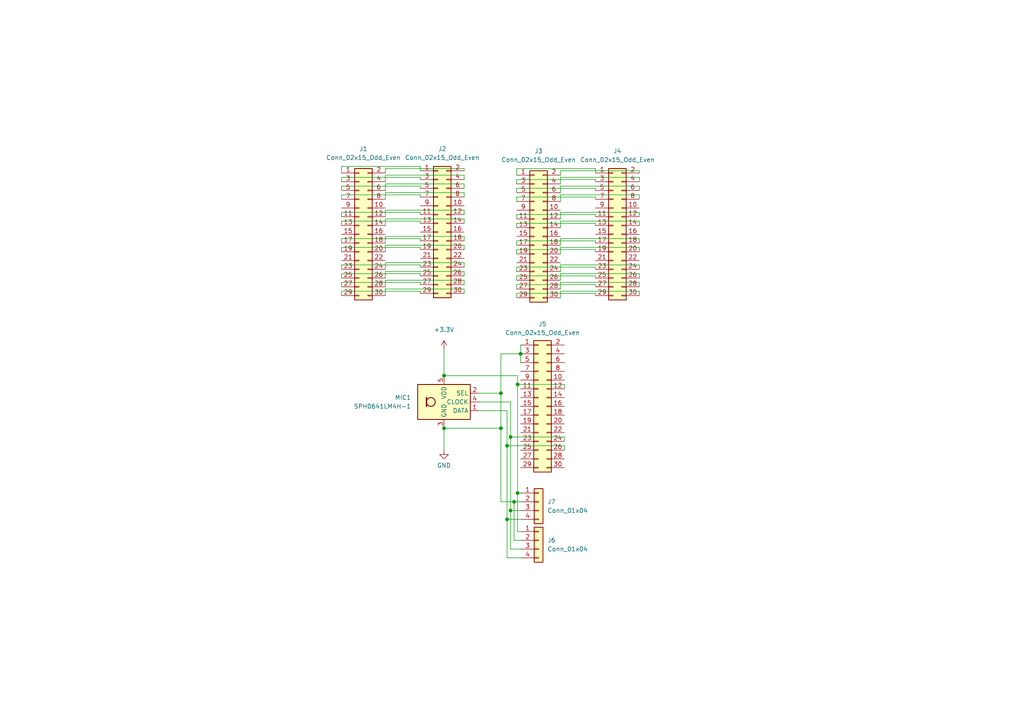
<source format=kicad_sch>
(kicad_sch (version 20230121) (generator eeschema)
  (paper "A4")
  (lib_symbols
    (symbol "Connector_Generic:Conn_01x04" (pin_names (offset 1.016) hide)
      (property "Reference" "J" (at 0 5.08 0))
      (property "Value" "Conn_01x04" (at 0 -7.62 0))
      (symbol "Conn_01x04_1_1"
        (rectangle (start -1.27 -4.953) (end 0 -5.207) (stroke (width 0.1524)))
        (rectangle (start -1.27 -2.413) (end 0 -2.667) (stroke (width 0.1524)))
        (rectangle (start -1.27 0.127) (end 0 -0.127) (stroke (width 0.1524)))
        (rectangle (start -1.27 2.667) (end 0 2.413) (stroke (width 0.1524)))
        (rectangle (start -1.27 3.81) (end 1.27 -6.35) (stroke (width 0.254)) (fill (type background)))
        (pin passive line (at -5.08 2.54 0) (length 3.81) (name "Pin_1") (number "1"))
        (pin passive line (at -5.08 0 0) (length 3.81) (name "Pin_2") (number "2"))
        (pin passive line (at -5.08 -2.54 0) (length 3.81) (name "Pin_3") (number "3"))
        (pin passive line (at -5.08 -5.08 0) (length 3.81) (name "Pin_4") (number "4"))
      )
    )
    (symbol "Connector_Generic:Conn_02x15_Odd_Even" (pin_names (offset 1.016) hide)
      (property "Reference" "J" (at 1.27 20.32 0))
      (property "Value" "Conn_02x15_Odd_Even" (at 1.27 -20.32 0))
      (symbol "Conn_02x15_Odd_Even_1_1"
        (rectangle (start -1.27 -17.653) (end 0 -17.907) (stroke (width 0.1524)))
        (rectangle (start -1.27 -15.113) (end 0 -15.367) (stroke (width 0.1524)))
        (rectangle (start -1.27 -12.573) (end 0 -12.827) (stroke (width 0.1524)))
        (rectangle (start -1.27 -10.033) (end 0 -10.287) (stroke (width 0.1524)))
        (rectangle (start -1.27 -7.493) (end 0 -7.747) (stroke (width 0.1524)))
        (rectangle (start -1.27 -4.953) (end 0 -5.207) (stroke (width 0.1524)))
        (rectangle (start -1.27 -2.413) (end 0 -2.667) (stroke (width 0.1524)))
        (rectangle (start -1.27 0.127) (end 0 -0.127) (stroke (width 0.1524)))
        (rectangle (start -1.27 2.667) (end 0 2.413) (stroke (width 0.1524)))
        (rectangle (start -1.27 5.207) (end 0 4.953) (stroke (width 0.1524)))
        (rectangle (start -1.27 7.747) (end 0 7.493) (stroke (width 0.1524)))
        (rectangle (start -1.27 10.287) (end 0 10.033) (stroke (width 0.1524)))
        (rectangle (start -1.27 12.827) (end 0 12.573) (stroke (width 0.1524)))
        (rectangle (start -1.27 15.367) (end 0 15.113) (stroke (width 0.1524)))
        (rectangle (start -1.27 17.907) (end 0 17.653) (stroke (width 0.1524)))
        (rectangle (start -1.27 19.05) (end 3.81 -19.05) (stroke (width 0.254)) (fill (type background)))
        (rectangle (start 3.81 -17.653) (end 2.54 -17.907) (stroke (width 0.1524)))
        (rectangle (start 3.81 -15.113) (end 2.54 -15.367) (stroke (width 0.1524)))
        (rectangle (start 3.81 -12.573) (end 2.54 -12.827) (stroke (width 0.1524)))
        (rectangle (start 3.81 -10.033) (end 2.54 -10.287) (stroke (width 0.1524)))
        (rectangle (start 3.81 -7.493) (end 2.54 -7.747) (stroke (width 0.1524)))
        (rectangle (start 3.81 -4.953) (end 2.54 -5.207) (stroke (width 0.1524)))
        (rectangle (start 3.81 -2.413) (end 2.54 -2.667) (stroke (width 0.1524)))
        (rectangle (start 3.81 0.127) (end 2.54 -0.127) (stroke (width 0.1524)))
        (rectangle (start 3.81 2.667) (end 2.54 2.413) (stroke (width 0.1524)))
        (rectangle (start 3.81 5.207) (end 2.54 4.953) (stroke (width 0.1524)))
        (rectangle (start 3.81 7.747) (end 2.54 7.493) (stroke (width 0.1524)))
        (rectangle (start 3.81 10.287) (end 2.54 10.033) (stroke (width 0.1524)))
        (rectangle (start 3.81 12.827) (end 2.54 12.573) (stroke (width 0.1524)))
        (rectangle (start 3.81 15.367) (end 2.54 15.113) (stroke (width 0.1524)))
        (rectangle (start 3.81 17.907) (end 2.54 17.653) (stroke (width 0.1524)))
        (pin passive line (at -5.08 17.78 0) (length 3.81) (name "Pin_1") (number "1"))
        (pin passive line (at 7.62 7.62 180) (length 3.81) (name "Pin_10") (number "10"))
        (pin passive line (at -5.08 5.08 0) (length 3.81) (name "Pin_11") (number "11"))
        (pin passive line (at 7.62 5.08 180) (length 3.81) (name "Pin_12") (number "12"))
        (pin passive line (at -5.08 2.54 0) (length 3.81) (name "Pin_13") (number "13"))
        (pin passive line (at 7.62 2.54 180) (length 3.81) (name "Pin_14") (number "14"))
        (pin passive line (at -5.08 0 0) (length 3.81) (name "Pin_15") (number "15"))
        (pin passive line (at 7.62 0 180) (length 3.81) (name "Pin_16") (number "16"))
        (pin passive line (at -5.08 -2.54 0) (length 3.81) (name "Pin_17") (number "17"))
        (pin passive line (at 7.62 -2.54 180) (length 3.81) (name "Pin_18") (number "18"))
        (pin passive line (at -5.08 -5.08 0) (length 3.81) (name "Pin_19") (number "19"))
        (pin passive line (at 7.62 17.78 180) (length 3.81) (name "Pin_2") (number "2"))
        (pin passive line (at 7.62 -5.08 180) (length 3.81) (name "Pin_20") (number "20"))
        (pin passive line (at -5.08 -7.62 0) (length 3.81) (name "Pin_21") (number "21"))
        (pin passive line (at 7.62 -7.62 180) (length 3.81) (name "Pin_22") (number "22"))
        (pin passive line (at -5.08 -10.16 0) (length 3.81) (name "Pin_23") (number "23"))
        (pin passive line (at 7.62 -10.16 180) (length 3.81) (name "Pin_24") (number "24"))
        (pin passive line (at -5.08 -12.7 0) (length 3.81) (name "Pin_25") (number "25"))
        (pin passive line (at 7.62 -12.7 180) (length 3.81) (name "Pin_26") (number "26"))
        (pin passive line (at -5.08 -15.24 0) (length 3.81) (name "Pin_27") (number "27"))
        (pin passive line (at 7.62 -15.24 180) (length 3.81) (name "Pin_28") (number "28"))
        (pin passive line (at -5.08 -17.78 0) (length 3.81) (name "Pin_29") (number "29"))
        (pin passive line (at -5.08 15.24 0) (length 3.81) (name "Pin_3") (number "3"))
        (pin passive line (at 7.62 -17.78 180) (length 3.81) (name "Pin_30") (number "30"))
        (pin passive line (at 7.62 15.24 180) (length 3.81) (name "Pin_4") (number "4"))
        (pin passive line (at -5.08 12.7 0) (length 3.81) (name "Pin_5") (number "5"))
        (pin passive line (at 7.62 12.7 180) (length 3.81) (name "Pin_6") (number "6"))
        (pin passive line (at -5.08 10.16 0) (length 3.81) (name "Pin_7") (number "7"))
        (pin passive line (at 7.62 10.16 180) (length 3.81) (name "Pin_8") (number "8"))
        (pin passive line (at -5.08 7.62 0) (length 3.81) (name "Pin_9") (number "9"))
      )
    )
    (symbol "Sensor_Audio:SPH0641LU4H-1"
      (property "Reference" "MK" (at 5.08 6.35 0))
      (property "Value" "SPH0641LU4H-1" (at 8.89 -6.35 0))
      (symbol "SPH0641LU4H-1_1_1"
        (rectangle (start -7.62 5.08) (end 7.62 -5.08) (stroke (width 0.254)) (fill (type background)))
        (circle (center -3.81 0) (radius 1.27) (stroke (width 0.254)))
        (polyline (pts (xy -5.08 1.27) (xy -5.08 -1.27)) (stroke (width 0.381)))
        (pin output line (at 10.16 -2.54 180) (length 2.54) (name "DATA") (number "1"))
        (pin input line (at 10.16 2.54 180) (length 2.54) (name "SEL") (number "2"))
        (pin power_in line (at 0 -7.62 90) (length 2.54) (name "GND") (number "3"))
        (pin input line (at 10.16 0 180) (length 2.54) (name "CLOCK") (number "4"))
        (pin power_in line (at 0 7.62 270) (length 2.54) (name "VDD") (number "5"))
      )
    )
    (symbol "power:+3.3V" (power) (pin_names (offset 0))
      (property "Value" "+3.3V" (at 0 3.556 0))
      (symbol "+3.3V_0_1"
        (polyline (pts (xy -0.762 1.27) (xy 0 2.54)))
        (polyline (pts (xy 0 0) (xy 0 2.54)))
        (polyline (pts (xy 0 2.54) (xy 0.762 1.27)))
      )
      (symbol "+3.3V_1_1"
        (pin power_in line (at 0 0 90) (length 0) hide (name "+3.3V") (number "1"))
      )
    )
    (symbol "power:GND" (power) (pin_names (offset 0))
      (property "Value" "GND" (at 0 -3.81 0))
      (symbol "GND_0_1"
        (polyline (pts (xy 0 0) (xy 0 -1.27) (xy 1.27 -1.27) (xy 0 -2.54) (xy -1.27 -1.27) (xy 0 -1.27)))
      )
      (symbol "GND_1_1"
        (pin power_in line (at 0 0 270) (length 0) hide (name "GND") (number "1"))
      )
    )
  )
  (junction (at 145.288 114.046))
  (junction (at 147.066 150.622))
  (junction (at 128.778 124.206))
  (junction (at 147.066 129.286))
  (junction (at 148.082 148.082))
  (junction (at 151.003 102.616))
  (junction (at 150.114 143.002))
  (junction (at 150.114 111.506))
  (junction (at 128.778 108.966))
  (junction (at 145.288 124.206))
  (junction (at 148.082 126.746))
  (junction (at 149.098 145.542))
  (wire (pts (xy 163.703 126.746) (xy 163.703 128.016)))
  (wire (pts (xy 162.56 79.375) (xy 185.42 79.375)))
  (wire (pts (xy 162.56 83.82) (xy 162.56 81.915)))
  (wire (pts (xy 134.62 50.8) (xy 134.62 52.07)))
  (wire (pts (xy 134.62 60.96) (xy 134.62 62.23)))
  (wire (pts (xy 149.86 80.01) (xy 172.72 80.01)))
  (wire (pts (xy 149.86 62.23) (xy 172.72 62.23)))
  (wire (pts (xy 185.42 64.135) (xy 185.42 65.405)))
  (wire (pts (xy 162.56 71.12) (xy 162.56 69.215)))
  (wire (pts (xy 128.778 124.206) (xy 145.288 124.206)))
  (wire (pts (xy 128.778 108.966) (xy 150.114 108.966)))
  (wire (pts (xy 134.62 81.28) (xy 134.62 82.55)))
  (wire (pts (xy 149.86 77.47) (xy 172.72 77.47)))
  (wire (pts (xy 149.098 145.542) (xy 149.098 156.718)))
  (wire (pts (xy 121.92 69.215) (xy 121.92 69.85)))
  (wire (pts (xy 99.06 53.975) (xy 121.92 53.975)))
  (wire (pts (xy 149.86 69.85) (xy 172.72 69.85)))
  (wire (pts (xy 185.42 81.915) (xy 185.42 83.185)))
  (wire (pts (xy 138.938 116.586) (xy 148.082 116.586)))
  (wire (pts (xy 162.56 61.595) (xy 185.42 61.595)))
  (wire (pts (xy 99.06 51.435) (xy 121.92 51.435)))
  (wire (pts (xy 172.72 62.23) (xy 172.72 62.865)))
  (wire (pts (xy 121.92 64.135) (xy 121.92 64.77)))
  (wire (pts (xy 111.76 55.88) (xy 134.62 55.88)))
  (wire (pts (xy 134.62 76.2) (xy 134.62 77.47)))
  (wire (pts (xy 111.76 80.645) (xy 111.76 78.74)))
  (wire (pts (xy 151.003 100.076) (xy 151.003 102.616)))
  (wire (pts (xy 148.082 116.586) (xy 148.082 126.746)))
  (wire (pts (xy 121.92 81.915) (xy 121.92 82.55)))
  (wire (pts (xy 145.288 145.542) (xy 145.288 124.206)))
  (wire (pts (xy 111.76 78.74) (xy 134.62 78.74)))
  (wire (pts (xy 149.86 71.12) (xy 149.86 69.85)))
  (wire (pts (xy 151.003 102.616) (xy 151.003 105.156)))
  (wire (pts (xy 172.72 54.61) (xy 172.72 55.245)))
  (wire (pts (xy 185.42 79.375) (xy 185.42 80.645)))
  (wire (pts (xy 150.114 111.506) (xy 150.114 143.002)))
  (wire (pts (xy 162.56 81.28) (xy 162.56 79.375)))
  (wire (pts (xy 147.066 119.126) (xy 147.066 129.286)))
  (wire (pts (xy 149.86 52.07) (xy 172.72 52.07)))
  (wire (pts (xy 134.62 63.5) (xy 134.62 64.77)))
  (wire (pts (xy 172.72 64.77) (xy 172.72 65.405)))
  (wire (pts (xy 149.86 82.55) (xy 172.72 82.55)))
  (wire (pts (xy 162.56 71.755) (xy 185.42 71.755)))
  (wire (pts (xy 99.06 83.185) (xy 99.06 81.915)))
  (wire (pts (xy 134.62 55.88) (xy 134.62 57.15)))
  (wire (pts (xy 111.76 83.82) (xy 134.62 83.82)))
  (wire (pts (xy 149.86 54.61) (xy 172.72 54.61)))
  (wire (pts (xy 121.92 79.375) (xy 121.92 80.01)))
  (wire (pts (xy 185.42 69.215) (xy 185.42 70.485)))
  (wire (pts (xy 111.76 48.895) (xy 134.62 48.895)))
  (wire (pts (xy 149.86 86.36) (xy 149.86 85.09)))
  (wire (pts (xy 111.76 57.785) (xy 111.76 55.88)))
  (wire (pts (xy 185.42 56.515) (xy 185.42 57.785)))
  (wire (pts (xy 134.62 71.12) (xy 134.62 72.39)))
  (wire (pts (xy 121.92 53.975) (xy 121.92 54.61)))
  (wire (pts (xy 149.86 48.895) (xy 172.72 48.895)))
  (wire (pts (xy 134.62 83.82) (xy 134.62 85.09)))
  (wire (pts (xy 145.288 124.206) (xy 145.288 114.046)))
  (wire (pts (xy 147.066 129.286) (xy 163.703 129.286)))
  (wire (pts (xy 121.92 71.755) (xy 121.92 72.39)))
  (wire (pts (xy 111.76 60.96) (xy 134.62 60.96)))
  (wire (pts (xy 149.86 83.82) (xy 149.86 82.55)))
  (wire (pts (xy 99.06 65.405) (xy 99.06 64.135)))
  (wire (pts (xy 162.56 76.835) (xy 185.42 76.835)))
  (wire (pts (xy 99.06 57.785) (xy 99.06 56.515)))
  (wire (pts (xy 149.86 85.09) (xy 172.72 85.09)))
  (wire (pts (xy 149.86 57.15) (xy 172.72 57.15)))
  (wire (pts (xy 185.42 71.755) (xy 185.42 73.025)))
  (wire (pts (xy 172.72 69.85) (xy 172.72 70.485)))
  (wire (pts (xy 150.114 108.966) (xy 150.114 111.506)))
  (wire (pts (xy 111.76 73.025) (xy 111.76 71.12)))
  (wire (pts (xy 162.56 53.34) (xy 162.56 51.435)))
  (wire (pts (xy 150.114 143.002) (xy 151.13 143.002)))
  (wire (pts (xy 172.72 57.15) (xy 172.72 57.785)))
  (wire (pts (xy 111.76 50.8) (xy 134.62 50.8)))
  (wire (pts (xy 148.082 148.082) (xy 148.082 126.746)))
  (wire (pts (xy 149.86 55.88) (xy 149.86 54.61)))
  (wire (pts (xy 185.42 76.835) (xy 185.42 78.105)))
  (wire (pts (xy 162.56 84.455) (xy 185.42 84.455)))
  (wire (pts (xy 162.56 73.66) (xy 162.56 71.755)))
  (wire (pts (xy 121.92 48.26) (xy 121.92 49.53)))
  (wire (pts (xy 172.72 82.55) (xy 172.72 83.185)))
  (wire (pts (xy 134.62 53.34) (xy 134.62 54.61)))
  (wire (pts (xy 150.114 111.506) (xy 163.703 111.506)))
  (wire (pts (xy 172.72 48.895) (xy 172.72 50.165)))
  (wire (pts (xy 121.92 84.455) (xy 121.92 85.09)))
  (wire (pts (xy 111.76 81.28) (xy 134.62 81.28)))
  (wire (pts (xy 99.06 85.725) (xy 99.06 84.455)))
  (wire (pts (xy 138.938 114.046) (xy 145.288 114.046)))
  (wire (pts (xy 121.92 76.835) (xy 121.92 77.47)))
  (wire (pts (xy 162.56 58.42) (xy 162.56 56.515)))
  (wire (pts (xy 99.06 78.105) (xy 99.06 76.835)))
  (wire (pts (xy 162.56 56.515) (xy 185.42 56.515)))
  (wire (pts (xy 99.06 80.645) (xy 99.06 79.375)))
  (wire (pts (xy 149.098 145.542) (xy 145.288 145.542)))
  (wire (pts (xy 111.76 68.58) (xy 134.62 68.58)))
  (wire (pts (xy 162.56 53.975) (xy 185.42 53.975)))
  (wire (pts (xy 162.56 69.215) (xy 185.42 69.215)))
  (wire (pts (xy 172.72 72.39) (xy 172.72 73.025)))
  (wire (pts (xy 185.42 61.595) (xy 185.42 62.865)))
  (wire (pts (xy 145.288 102.616) (xy 151.003 102.616)))
  (wire (pts (xy 149.86 64.77) (xy 172.72 64.77)))
  (wire (pts (xy 149.86 53.34) (xy 149.86 52.07)))
  (wire (pts (xy 162.56 63.5) (xy 162.56 61.595)))
  (wire (pts (xy 162.56 64.135) (xy 185.42 64.135)))
  (wire (pts (xy 163.703 111.506) (xy 163.703 112.776)))
  (wire (pts (xy 99.06 62.865) (xy 99.06 61.595)))
  (wire (pts (xy 185.42 51.435) (xy 185.42 52.705)))
  (wire (pts (xy 162.56 66.04) (xy 162.56 64.135)))
  (wire (pts (xy 99.06 73.025) (xy 99.06 71.755)))
  (wire (pts (xy 99.06 64.135) (xy 121.92 64.135)))
  (wire (pts (xy 149.86 78.74) (xy 149.86 77.47)))
  (wire (pts (xy 128.778 101.346) (xy 128.778 108.966)))
  (wire (pts (xy 99.06 69.215) (xy 121.92 69.215)))
  (wire (pts (xy 151.13 145.542) (xy 149.098 145.542)))
  (wire (pts (xy 111.76 78.105) (xy 111.76 76.2)))
  (wire (pts (xy 148.082 126.746) (xy 163.703 126.746)))
  (wire (pts (xy 99.06 84.455) (xy 121.92 84.455)))
  (wire (pts (xy 111.76 65.405) (xy 111.76 63.5)))
  (wire (pts (xy 162.56 55.88) (xy 162.56 53.975)))
  (wire (pts (xy 128.778 130.556) (xy 128.778 124.206)))
  (wire (pts (xy 185.42 53.975) (xy 185.42 55.245)))
  (wire (pts (xy 99.06 56.515) (xy 121.92 56.515)))
  (wire (pts (xy 162.56 78.74) (xy 162.56 76.835)))
  (wire (pts (xy 149.86 81.28) (xy 149.86 80.01)))
  (wire (pts (xy 111.76 53.34) (xy 134.62 53.34)))
  (wire (pts (xy 111.76 70.485) (xy 111.76 68.58)))
  (wire (pts (xy 111.76 83.185) (xy 111.76 81.28)))
  (wire (pts (xy 172.72 77.47) (xy 172.72 78.105)))
  (wire (pts (xy 162.56 81.915) (xy 185.42 81.915)))
  (wire (pts (xy 163.703 130.556) (xy 163.703 129.286)))
  (wire (pts (xy 111.76 55.245) (xy 111.76 53.34)))
  (wire (pts (xy 162.56 86.36) (xy 162.56 84.455)))
  (wire (pts (xy 99.06 81.915) (xy 121.92 81.915)))
  (wire (pts (xy 99.06 79.375) (xy 121.92 79.375)))
  (wire (pts (xy 111.76 50.165) (xy 111.76 48.895)))
  (wire (pts (xy 150.114 154.178) (xy 151.13 154.178)))
  (wire (pts (xy 111.76 62.865) (xy 111.76 60.96)))
  (wire (pts (xy 111.76 71.12) (xy 134.62 71.12)))
  (wire (pts (xy 99.06 50.165) (xy 99.06 48.26)))
  (wire (pts (xy 99.06 61.595) (xy 121.92 61.595)))
  (wire (pts (xy 149.86 73.66) (xy 149.86 72.39)))
  (wire (pts (xy 149.86 66.04) (xy 149.86 64.77)))
  (wire (pts (xy 150.114 143.002) (xy 150.114 154.178)))
  (wire (pts (xy 121.92 61.595) (xy 121.92 62.23)))
  (wire (pts (xy 99.06 76.835) (xy 121.92 76.835)))
  (wire (pts (xy 151.13 148.082) (xy 148.082 148.082)))
  (wire (pts (xy 99.06 71.755) (xy 121.92 71.755)))
  (wire (pts (xy 172.72 80.01) (xy 172.72 80.645)))
  (wire (pts (xy 134.62 48.895) (xy 134.62 49.53)))
  (wire (pts (xy 145.288 114.046) (xy 145.288 102.616)))
  (wire (pts (xy 147.066 150.622) (xy 147.066 161.798)))
  (wire (pts (xy 147.066 119.126) (xy 138.938 119.126)))
  (wire (pts (xy 111.76 63.5) (xy 134.62 63.5)))
  (wire (pts (xy 172.72 52.07) (xy 172.72 52.705)))
  (wire (pts (xy 147.066 161.798) (xy 151.13 161.798)))
  (wire (pts (xy 149.098 156.718) (xy 151.13 156.718)))
  (wire (pts (xy 149.86 72.39) (xy 172.72 72.39)))
  (wire (pts (xy 149.86 50.8) (xy 149.86 48.895)))
  (wire (pts (xy 134.62 68.58) (xy 134.62 69.85)))
  (wire (pts (xy 111.76 85.725) (xy 111.76 83.82)))
  (wire (pts (xy 172.72 85.09) (xy 172.72 85.725)))
  (wire (pts (xy 149.86 58.42) (xy 149.86 57.15)))
  (wire (pts (xy 99.06 48.26) (xy 121.92 48.26)))
  (wire (pts (xy 121.92 51.435) (xy 121.92 52.07)))
  (wire (pts (xy 162.56 49.53) (xy 185.42 49.53)))
  (wire (pts (xy 99.06 70.485) (xy 99.06 69.215)))
  (wire (pts (xy 162.56 50.8) (xy 162.56 49.53)))
  (wire (pts (xy 151.13 150.622) (xy 147.066 150.622)))
  (wire (pts (xy 185.42 49.53) (xy 185.42 50.165)))
  (wire (pts (xy 147.066 150.622) (xy 147.066 129.286)))
  (wire (pts (xy 148.082 159.258) (xy 151.13 159.258)))
  (wire (pts (xy 185.42 84.455) (xy 185.42 85.725)))
  (wire (pts (xy 134.62 78.74) (xy 134.62 80.01)))
  (wire (pts (xy 99.06 55.245) (xy 99.06 53.975)))
  (wire (pts (xy 111.76 76.2) (xy 134.62 76.2)))
  (wire (pts (xy 149.86 63.5) (xy 149.86 62.23)))
  (wire (pts (xy 162.56 51.435) (xy 185.42 51.435)))
  (wire (pts (xy 148.082 148.082) (xy 148.082 159.258)))
  (wire (pts (xy 99.06 52.705) (xy 99.06 51.435)))
  (wire (pts (xy 111.76 52.705) (xy 111.76 50.8)))
  (wire (pts (xy 121.92 56.515) (xy 121.92 57.15)))
  (symbol (lib_id "Connector_Generic:Conn_02x15_Odd_Even") (at 127 67.31 0) (unit 1) (in_bom no)
    (property "Reference" "J2" (at 128.27 43.18 0))
    (property "Value" "Conn_02x15_Odd_Even" (at 128.27 45.72 0))
    (property "Footprint" "Connector_PinHeader_2.54mm:PinHeader_2x15_P2.54mm_Vertical" (effects hide))
  )
  (symbol (lib_id "power:+3.3V") (at 128.778 101.346 0) (unit 1)
    (property "Reference" "#PWR01" (effects hide))
    (property "Value" "+3.3V" (at 128.778 95.631 0))
  )
  (symbol (lib_id "Connector_Generic:Conn_02x15_Odd_Even") (at 104.14 67.945 0) (unit 1) (in_bom no)
    (property "Reference" "J1" (at 105.41 43.18 0))
    (property "Value" "Conn_02x15_Odd_Even" (at 105.41 45.72 0))
    (property "Footprint" "Connector_PinHeader_2.54mm:PinHeader_2x15_P2.54mm_Vertical" (effects hide))
  )
  (symbol (lib_id "Connector_Generic:Conn_01x04") (at 156.21 145.542 0) (unit 1) (in_bom no)
    (property "Reference" "J7" (at 158.75 145.542 0) (effects (justify left)))
    (property "Value" "Conn_01x04" (at 158.75 148.082 0) (effects (justify left)))
    (property "Footprint" "Connector_PinHeader_2.54mm:PinHeader_1x04_P2.54mm_Vertical" (effects hide))
  )
  (symbol (lib_id "Connector_Generic:Conn_01x04") (at 156.21 156.718 0) (unit 1) (in_bom no)
    (property "Reference" "J6" (at 158.75 156.718 0) (effects (justify left)))
    (property "Value" "Conn_01x04" (at 158.75 159.258 0) (effects (justify left)))
    (property "Footprint" "Connector_PinHeader_2.54mm:PinHeader_1x04_P2.54mm_Vertical" (effects hide))
  )
  (symbol (lib_id "Connector_Generic:Conn_02x15_Odd_Even") (at 154.94 68.58 0) (unit 1) (in_bom no)
    (property "Reference" "J3" (at 156.21 43.815 0))
    (property "Value" "Conn_02x15_Odd_Even" (at 156.21 46.355 0))
    (property "Footprint" "Connector_PinHeader_2.54mm:PinHeader_2x15_P2.54mm_Vertical" (effects hide))
  )
  (symbol (lib_id "Connector_Generic:Conn_02x15_Odd_Even") (at 156.083 117.856 0) (unit 1) (in_bom no)
    (property "Reference" "J5" (at 157.353 93.98 0))
    (property "Value" "Conn_02x15_Odd_Even" (at 157.353 96.52 0))
    (property "Footprint" "Connector_PinHeader_2.54mm:PinHeader_2x15_P2.54mm_Vertical" (effects hide))
  )
  (symbol (lib_id "Sensor_Audio:SPH0641LU4H-1") (at 128.778 116.586 0) (unit 1)
    (property "Reference" "MIC1" (at 119.253 115.3159 0) (effects (justify right)))
    (property "Value" "SPH0641LM4H-1" (at 119.253 117.8559 0) (effects (justify right)))
    (property "Footprint" "Sensor_Audio:Knowles_LGA-5_3.5x2.65mm" (effects hide))
    (property "Datasheet" "https://www.knowles.com/docs/default-source/model-downloads/sph0641lu4h-1-revb.pdf" (effects hide))
    (property "LCSC" "C5454543" (effects hide))
  )
  (symbol (lib_id "Connector_Generic:Conn_02x15_Odd_Even") (at 177.8 67.945 0) (unit 1) (in_bom no)
    (property "Reference" "J4" (at 179.07 43.815 0))
    (property "Value" "Conn_02x15_Odd_Even" (at 179.07 46.355 0))
    (property "Footprint" "Connector_PinHeader_2.54mm:PinHeader_2x15_P2.54mm_Vertical" (effects hide))
  )
  (symbol (lib_id "power:GND") (at 128.778 130.556 0) (unit 1)
    (property "Reference" "#PWR02" (effects hide))
    (property "Value" "GND" (at 128.778 135.001 0))
  )
)
</source>
